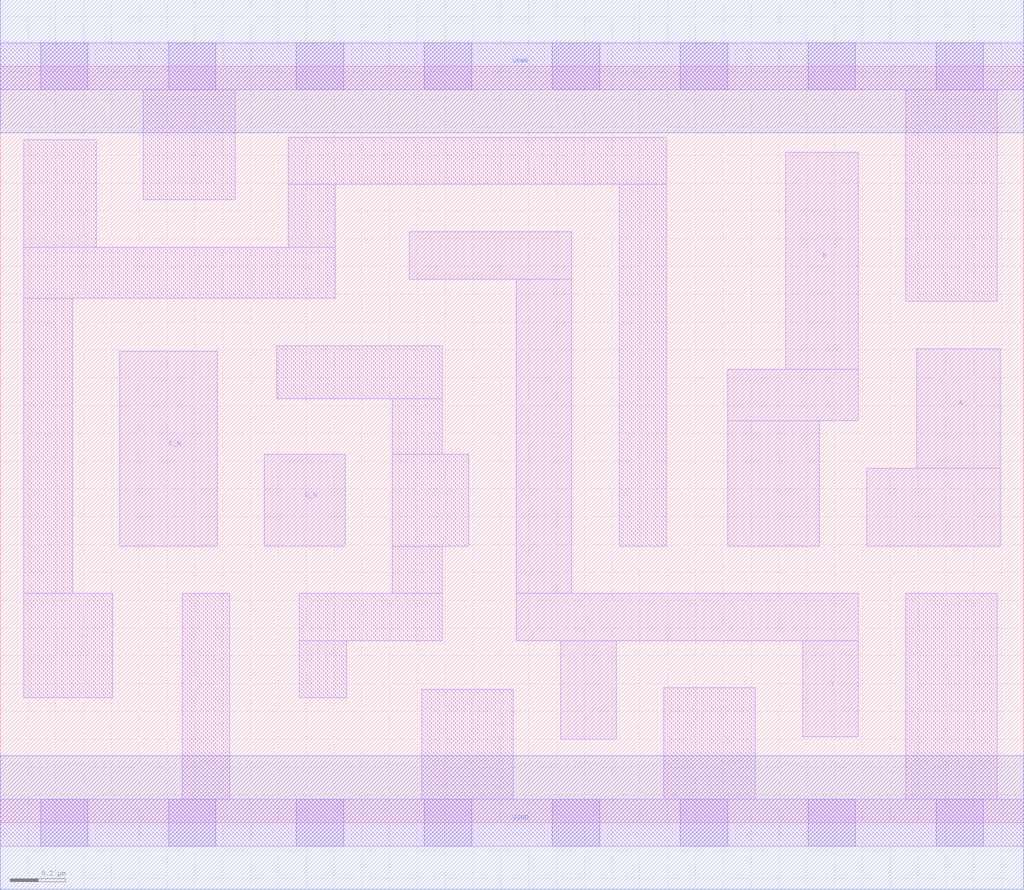
<source format=lef>
# Copyright 2020 The SkyWater PDK Authors
#
# Licensed under the Apache License, Version 2.0 (the "License");
# you may not use this file except in compliance with the License.
# You may obtain a copy of the License at
#
#     https://www.apache.org/licenses/LICENSE-2.0
#
# Unless required by applicable law or agreed to in writing, software
# distributed under the License is distributed on an "AS IS" BASIS,
# WITHOUT WARRANTIES OR CONDITIONS OF ANY KIND, either express or implied.
# See the License for the specific language governing permissions and
# limitations under the License.
#
# SPDX-License-Identifier: Apache-2.0

VERSION 5.7 ;
  NAMESCASESENSITIVE ON ;
  NOWIREEXTENSIONATPIN ON ;
  DIVIDERCHAR "/" ;
  BUSBITCHARS "[]" ;
UNITS
  DATABASE MICRONS 200 ;
END UNITS
MACRO sky130_fd_sc_hd__nor4bb_1
  CLASS CORE ;
  SOURCE USER ;
  FOREIGN sky130_fd_sc_hd__nor4bb_1 ;
  ORIGIN  0.000000  0.000000 ;
  SIZE  3.680000 BY  2.720000 ;
  SYMMETRY X Y R90 ;
  SITE unithd ;
  PIN A
    ANTENNAGATEAREA  0.247500 ;
    DIRECTION INPUT ;
    USE SIGNAL ;
    PORT
      LAYER li1 ;
        RECT 3.115000 0.995000 3.595000 1.275000 ;
        RECT 3.295000 1.275000 3.595000 1.705000 ;
    END
  END A
  PIN B
    ANTENNAGATEAREA  0.247500 ;
    DIRECTION INPUT ;
    USE SIGNAL ;
    PORT
      LAYER li1 ;
        RECT 2.615000 0.995000 2.945000 1.445000 ;
        RECT 2.615000 1.445000 3.085000 1.630000 ;
        RECT 2.825000 1.630000 3.085000 2.410000 ;
    END
  END B
  PIN C_N
    ANTENNAGATEAREA  0.126000 ;
    DIRECTION INPUT ;
    USE SIGNAL ;
    PORT
      LAYER li1 ;
        RECT 0.430000 0.995000 0.780000 1.695000 ;
    END
  END C_N
  PIN D_N
    ANTENNAGATEAREA  0.126000 ;
    DIRECTION INPUT ;
    USE SIGNAL ;
    PORT
      LAYER li1 ;
        RECT 0.950000 0.995000 1.240000 1.325000 ;
    END
  END D_N
  PIN Y
    ANTENNADIFFAREA  0.606900 ;
    DIRECTION OUTPUT ;
    USE SIGNAL ;
    PORT
      LAYER li1 ;
        RECT 1.470000 1.955000 2.055000 2.125000 ;
        RECT 1.855000 0.655000 3.085000 0.825000 ;
        RECT 1.855000 0.825000 2.055000 1.955000 ;
        RECT 2.015000 0.300000 2.215000 0.655000 ;
        RECT 2.885000 0.310000 3.085000 0.655000 ;
    END
  END Y
  PIN VGND
    DIRECTION INOUT ;
    SHAPE ABUTMENT ;
    USE GROUND ;
    PORT
      LAYER met1 ;
        RECT 0.000000 -0.240000 3.680000 0.240000 ;
    END
  END VGND
  PIN VPWR
    DIRECTION INOUT ;
    SHAPE ABUTMENT ;
    USE POWER ;
    PORT
      LAYER met1 ;
        RECT 0.000000 2.480000 3.680000 2.960000 ;
    END
  END VPWR
  OBS
    LAYER li1 ;
      RECT 0.000000 -0.085000 3.680000 0.085000 ;
      RECT 0.000000  2.635000 3.680000 2.805000 ;
      RECT 0.085000  0.450000 0.405000 0.825000 ;
      RECT 0.085000  0.825000 0.260000 1.885000 ;
      RECT 0.085000  1.885000 1.205000 2.070000 ;
      RECT 0.085000  2.070000 0.345000 2.455000 ;
      RECT 0.515000  2.240000 0.845000 2.635000 ;
      RECT 0.655000  0.085000 0.825000 0.825000 ;
      RECT 0.995000  1.525000 1.590000 1.715000 ;
      RECT 1.035000  2.070000 1.205000 2.295000 ;
      RECT 1.035000  2.295000 2.395000 2.465000 ;
      RECT 1.075000  0.450000 1.245000 0.655000 ;
      RECT 1.075000  0.655000 1.590000 0.825000 ;
      RECT 1.410000  0.825000 1.590000 0.995000 ;
      RECT 1.410000  0.995000 1.685000 1.325000 ;
      RECT 1.410000  1.325000 1.590000 1.525000 ;
      RECT 1.515000  0.085000 1.845000 0.480000 ;
      RECT 2.225000  0.995000 2.395000 2.295000 ;
      RECT 2.385000  0.085000 2.715000 0.485000 ;
      RECT 3.255000  0.085000 3.585000 0.825000 ;
      RECT 3.255000  1.875000 3.585000 2.635000 ;
    LAYER mcon ;
      RECT 0.145000 -0.085000 0.315000 0.085000 ;
      RECT 0.145000  2.635000 0.315000 2.805000 ;
      RECT 0.605000 -0.085000 0.775000 0.085000 ;
      RECT 0.605000  2.635000 0.775000 2.805000 ;
      RECT 1.065000 -0.085000 1.235000 0.085000 ;
      RECT 1.065000  2.635000 1.235000 2.805000 ;
      RECT 1.525000 -0.085000 1.695000 0.085000 ;
      RECT 1.525000  2.635000 1.695000 2.805000 ;
      RECT 1.985000 -0.085000 2.155000 0.085000 ;
      RECT 1.985000  2.635000 2.155000 2.805000 ;
      RECT 2.445000 -0.085000 2.615000 0.085000 ;
      RECT 2.445000  2.635000 2.615000 2.805000 ;
      RECT 2.905000 -0.085000 3.075000 0.085000 ;
      RECT 2.905000  2.635000 3.075000 2.805000 ;
      RECT 3.365000 -0.085000 3.535000 0.085000 ;
      RECT 3.365000  2.635000 3.535000 2.805000 ;
  END
END sky130_fd_sc_hd__nor4bb_1

</source>
